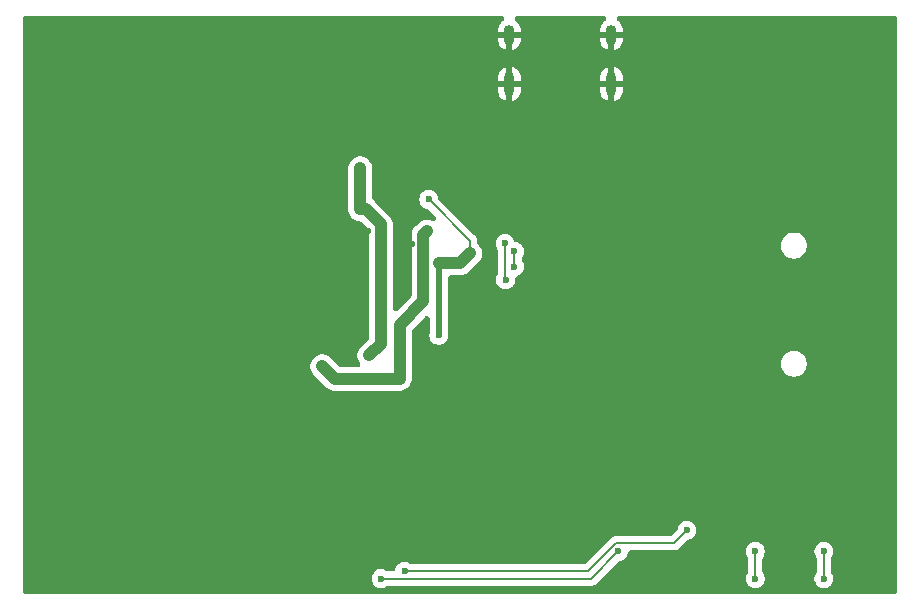
<source format=gbr>
%TF.GenerationSoftware,KiCad,Pcbnew,9.0.2*%
%TF.CreationDate,2025-06-25T18:48:56+05:30*%
%TF.ProjectId,DevBoard_F1C100s,44657642-6f61-4726-945f-463143313030,rev?*%
%TF.SameCoordinates,Original*%
%TF.FileFunction,Copper,L2,Bot*%
%TF.FilePolarity,Positive*%
%FSLAX46Y46*%
G04 Gerber Fmt 4.6, Leading zero omitted, Abs format (unit mm)*
G04 Created by KiCad (PCBNEW 9.0.2) date 2025-06-25 18:48:56*
%MOMM*%
%LPD*%
G01*
G04 APERTURE LIST*
%TA.AperFunction,HeatsinkPad*%
%ADD10O,0.900000X2.000000*%
%TD*%
%TA.AperFunction,HeatsinkPad*%
%ADD11O,0.900000X1.700000*%
%TD*%
%TA.AperFunction,ViaPad*%
%ADD12C,0.600000*%
%TD*%
%TA.AperFunction,Conductor*%
%ADD13C,0.500000*%
%TD*%
%TA.AperFunction,Conductor*%
%ADD14C,0.200000*%
%TD*%
%TA.AperFunction,Conductor*%
%ADD15C,1.000000*%
%TD*%
G04 APERTURE END LIST*
D10*
%TO.P,J101,S1,SHIELD*%
%TO.N,GND*%
X173507500Y-103430000D03*
D11*
X173507500Y-99260000D03*
D10*
X164867500Y-103430000D03*
D11*
X164867500Y-99260000D03*
%TD*%
D12*
%TO.N,GND*%
X191900000Y-132600000D03*
X151900000Y-104100000D03*
X133150000Y-117000000D03*
X189700000Y-101200000D03*
X146450000Y-107350000D03*
X188595239Y-140200000D03*
X124300000Y-108900000D03*
X169000000Y-108000000D03*
X191100000Y-107300000D03*
X187075735Y-124775735D03*
X194392858Y-140200000D03*
X124300000Y-105200000D03*
X178800000Y-131200000D03*
X190400000Y-131200000D03*
X182797619Y-140200000D03*
X161600000Y-107500000D03*
X196200000Y-133750000D03*
X165000000Y-142800000D03*
X173800000Y-133500000D03*
X161000000Y-103300000D03*
X175277500Y-129277500D03*
X172400000Y-106800000D03*
X186200000Y-132600000D03*
X131500000Y-131200000D03*
X172250000Y-134850000D03*
X149850000Y-102550000D03*
X150500000Y-145500000D03*
X155350000Y-102600000D03*
X197000000Y-107300000D03*
X152916535Y-115899608D03*
X131900000Y-98850000D03*
X171000000Y-138500000D03*
X195300000Y-122450000D03*
X184500000Y-109900000D03*
X177700000Y-130150000D03*
X149900000Y-98800000D03*
X195400000Y-108750000D03*
X184450000Y-124800000D03*
X196200000Y-131000000D03*
X168600000Y-126900000D03*
X177000000Y-140200000D03*
X186500000Y-108250000D03*
X147550000Y-106700000D03*
X155300000Y-132350000D03*
X195300000Y-99000000D03*
X145450000Y-103650000D03*
X184200000Y-116900000D03*
X163800000Y-138500000D03*
X157850000Y-103350000D03*
X188400000Y-107100000D03*
X137000000Y-106900000D03*
X192550000Y-108750000D03*
X169450000Y-118900000D03*
X184300000Y-107400000D03*
X188200000Y-102700000D03*
X163000000Y-106100000D03*
X128500000Y-117000000D03*
X189650000Y-108750000D03*
X178800000Y-133850000D03*
X163800000Y-132900000D03*
X156600000Y-116950000D03*
X138000000Y-108300000D03*
X168600000Y-110450000D03*
X188200000Y-99800000D03*
X163000000Y-108750000D03*
X149550000Y-109150000D03*
X176202500Y-128702500D03*
X195300000Y-117800000D03*
X173400000Y-130950000D03*
X156800000Y-98100000D03*
X184650000Y-133800000D03*
X139800000Y-98800000D03*
X177300000Y-112100000D03*
X172200000Y-132000000D03*
X150500000Y-140500000D03*
X184600000Y-131300000D03*
X190400000Y-133800000D03*
X125500000Y-143000000D03*
X138000000Y-102600000D03*
X195300000Y-127100000D03*
X182400000Y-99000000D03*
X158150000Y-99300000D03*
X170500000Y-125150000D03*
X137800000Y-117000000D03*
X125500000Y-133700000D03*
%TO.N,/3V3*%
X161550000Y-117750000D03*
X158900000Y-118600000D03*
X158900000Y-119700000D03*
X158050000Y-113200000D03*
X158900000Y-121500000D03*
X158900000Y-123100000D03*
X158900000Y-124700000D03*
%TO.N,/2V6*%
X153000000Y-126400000D03*
X152250000Y-114050000D03*
X152251000Y-110551000D03*
%TO.N,/1V1*%
X155600000Y-128400000D03*
X149014265Y-127314265D03*
X149800000Y-128100000D03*
X157901000Y-115907636D03*
%TO.N,/SW0*%
X179900000Y-141200000D03*
X156000000Y-144700000D03*
%TO.N,/SW1*%
X154000000Y-145300000D03*
X174100000Y-143000000D03*
%TO.N,/SW3*%
X191500000Y-143000000D03*
X191500000Y-145300000D03*
%TO.N,/SW2*%
X185700000Y-143000000D03*
X185700000Y-145300000D03*
%TO.N,/SPI0_MISO*%
X165300000Y-118879000D03*
X165300000Y-117600000D03*
%TO.N,/SPI0_CS*%
X164551473Y-120000000D03*
X164500000Y-116900000D03*
%TD*%
D13*
%TO.N,/3V3*%
X158900000Y-118600000D02*
X158900000Y-123100000D01*
X158900000Y-123100000D02*
X158900000Y-124700000D01*
D14*
X161550000Y-116700000D02*
X161550000Y-117750000D01*
X158050000Y-113200000D02*
X161550000Y-116700000D01*
D15*
X160700000Y-118600000D02*
X158900000Y-118600000D01*
X161550000Y-117750000D02*
X160700000Y-118600000D01*
%TO.N,/2V6*%
X152250000Y-114050000D02*
X152750000Y-114050000D01*
X154000000Y-115300000D02*
X154000000Y-125400000D01*
X152750000Y-114050000D02*
X154000000Y-115300000D01*
X152250000Y-110552000D02*
X152250000Y-114050000D01*
X152251000Y-110551000D02*
X152250000Y-110552000D01*
X154000000Y-125400000D02*
X153000000Y-126400000D01*
%TO.N,/1V1*%
X155600000Y-123800000D02*
X155600000Y-128400000D01*
X150100000Y-128400000D02*
X149800000Y-128100000D01*
X157600000Y-116208636D02*
X157600000Y-121800000D01*
X155600000Y-128400000D02*
X150100000Y-128400000D01*
X157901000Y-115907636D02*
X157600000Y-116208636D01*
X149800000Y-128100000D02*
X149014265Y-127314265D01*
X157600000Y-121800000D02*
X155600000Y-123800000D01*
D14*
%TO.N,/SW0*%
X171500000Y-144700000D02*
X173900000Y-142300000D01*
X178800000Y-142300000D02*
X179900000Y-141200000D01*
X156000000Y-144700000D02*
X171500000Y-144700000D01*
X173900000Y-142300000D02*
X178800000Y-142300000D01*
%TO.N,/SW1*%
X154000000Y-145300000D02*
X171800000Y-145300000D01*
X171800000Y-145300000D02*
X174100000Y-143000000D01*
%TO.N,/SW3*%
X191500000Y-143000000D02*
X191500000Y-145300000D01*
%TO.N,/SW2*%
X185700000Y-143000000D02*
X185700000Y-145300000D01*
%TO.N,/SPI0_MISO*%
X165300000Y-118879000D02*
X165300000Y-117600000D01*
%TO.N,/SPI0_CS*%
X164500000Y-116900000D02*
X164500000Y-119948527D01*
X164500000Y-119948527D02*
X164551473Y-120000000D01*
%TD*%
%TA.AperFunction,Conductor*%
%TO.N,GND*%
G36*
X164272067Y-97649454D02*
G01*
X164352849Y-97703430D01*
X164406825Y-97784212D01*
X164425779Y-97879500D01*
X164406825Y-97974788D01*
X164352849Y-98055570D01*
X164315116Y-98086536D01*
X164261913Y-98122084D01*
X164129584Y-98254413D01*
X164025621Y-98410005D01*
X164025618Y-98410010D01*
X163954009Y-98582892D01*
X163917500Y-98766435D01*
X163917500Y-99009999D01*
X163917501Y-99010000D01*
X164567500Y-99010000D01*
X164567500Y-99510000D01*
X163917501Y-99510000D01*
X163917500Y-99510001D01*
X163917500Y-99753564D01*
X163954009Y-99937107D01*
X164025618Y-100109989D01*
X164025621Y-100109994D01*
X164129584Y-100265586D01*
X164261913Y-100397915D01*
X164417505Y-100501878D01*
X164417510Y-100501881D01*
X164590389Y-100573490D01*
X164590392Y-100573491D01*
X164617499Y-100578882D01*
X164617500Y-100578882D01*
X164617500Y-99826988D01*
X164627440Y-99844205D01*
X164683295Y-99900060D01*
X164751704Y-99939556D01*
X164828004Y-99960000D01*
X164906996Y-99960000D01*
X164983296Y-99939556D01*
X165051705Y-99900060D01*
X165107560Y-99844205D01*
X165117500Y-99826988D01*
X165117500Y-100578882D01*
X165144607Y-100573491D01*
X165144610Y-100573490D01*
X165317489Y-100501881D01*
X165317494Y-100501878D01*
X165473086Y-100397915D01*
X165605415Y-100265586D01*
X165709378Y-100109994D01*
X165709381Y-100109989D01*
X165780990Y-99937107D01*
X165817500Y-99753564D01*
X165817500Y-99510001D01*
X165817499Y-99510000D01*
X165167500Y-99510000D01*
X165167500Y-99010000D01*
X165817499Y-99010000D01*
X165817500Y-99009999D01*
X165817500Y-98766435D01*
X165780990Y-98582892D01*
X165709381Y-98410010D01*
X165709378Y-98410005D01*
X165605415Y-98254413D01*
X165473086Y-98122084D01*
X165419884Y-98086536D01*
X165351185Y-98017837D01*
X165314006Y-97928078D01*
X165314005Y-97830923D01*
X165351185Y-97741163D01*
X165419884Y-97672464D01*
X165509643Y-97635285D01*
X165558221Y-97630500D01*
X172816779Y-97630500D01*
X172912067Y-97649454D01*
X172992849Y-97703430D01*
X173046825Y-97784212D01*
X173065779Y-97879500D01*
X173046825Y-97974788D01*
X172992849Y-98055570D01*
X172955116Y-98086536D01*
X172901913Y-98122084D01*
X172769584Y-98254413D01*
X172665621Y-98410005D01*
X172665618Y-98410010D01*
X172594009Y-98582892D01*
X172557500Y-98766435D01*
X172557500Y-99009999D01*
X172557501Y-99010000D01*
X173207500Y-99010000D01*
X173207500Y-99510000D01*
X172557501Y-99510000D01*
X172557500Y-99510001D01*
X172557500Y-99753564D01*
X172594009Y-99937107D01*
X172665618Y-100109989D01*
X172665621Y-100109994D01*
X172769584Y-100265586D01*
X172901913Y-100397915D01*
X173057505Y-100501878D01*
X173057510Y-100501881D01*
X173230389Y-100573490D01*
X173230392Y-100573491D01*
X173257499Y-100578882D01*
X173257500Y-100578882D01*
X173257500Y-99826988D01*
X173267440Y-99844205D01*
X173323295Y-99900060D01*
X173391704Y-99939556D01*
X173468004Y-99960000D01*
X173546996Y-99960000D01*
X173623296Y-99939556D01*
X173691705Y-99900060D01*
X173747560Y-99844205D01*
X173757500Y-99826988D01*
X173757500Y-100578882D01*
X173784607Y-100573491D01*
X173784610Y-100573490D01*
X173957489Y-100501881D01*
X173957494Y-100501878D01*
X174113086Y-100397915D01*
X174245415Y-100265586D01*
X174349378Y-100109994D01*
X174349381Y-100109989D01*
X174420990Y-99937107D01*
X174457500Y-99753564D01*
X174457500Y-99510001D01*
X174457499Y-99510000D01*
X173807500Y-99510000D01*
X173807500Y-99010000D01*
X174457499Y-99010000D01*
X174457500Y-99009999D01*
X174457500Y-98766435D01*
X174420990Y-98582892D01*
X174349381Y-98410010D01*
X174349378Y-98410005D01*
X174245415Y-98254413D01*
X174113086Y-98122084D01*
X174059884Y-98086536D01*
X173991185Y-98017837D01*
X173954006Y-97928078D01*
X173954005Y-97830923D01*
X173991185Y-97741163D01*
X174059884Y-97672464D01*
X174149643Y-97635285D01*
X174198221Y-97630500D01*
X197450500Y-97630500D01*
X197545788Y-97649454D01*
X197626570Y-97703430D01*
X197680546Y-97784212D01*
X197699500Y-97879500D01*
X197699500Y-146380500D01*
X197680546Y-146475788D01*
X197626570Y-146556570D01*
X197545788Y-146610546D01*
X197450500Y-146629500D01*
X123949500Y-146629500D01*
X123854212Y-146610546D01*
X123773430Y-146556570D01*
X123719454Y-146475788D01*
X123700500Y-146380500D01*
X123700500Y-145221153D01*
X153199500Y-145221153D01*
X153199500Y-145378846D01*
X153230261Y-145533492D01*
X153230263Y-145533497D01*
X153290603Y-145679173D01*
X153290606Y-145679180D01*
X153358320Y-145780520D01*
X153378211Y-145810289D01*
X153489711Y-145921789D01*
X153489714Y-145921791D01*
X153620819Y-146009393D01*
X153620820Y-146009393D01*
X153620821Y-146009394D01*
X153766503Y-146069737D01*
X153766505Y-146069737D01*
X153766507Y-146069738D01*
X153917148Y-146099702D01*
X153921158Y-146100500D01*
X154078842Y-146100500D01*
X154233497Y-146069737D01*
X154379179Y-146009394D01*
X154479347Y-145942464D01*
X154569107Y-145905284D01*
X154617684Y-145900500D01*
X171705666Y-145900500D01*
X171705682Y-145900501D01*
X171720943Y-145900501D01*
X171879056Y-145900501D01*
X171879057Y-145900501D01*
X172031785Y-145859577D01*
X172081904Y-145830639D01*
X172168716Y-145780520D01*
X172280520Y-145668716D01*
X172280521Y-145668713D01*
X174087851Y-143861383D01*
X174168631Y-143807409D01*
X174215335Y-143793240D01*
X174333497Y-143769737D01*
X174479179Y-143709394D01*
X174610289Y-143621789D01*
X174721789Y-143510289D01*
X174809394Y-143379179D01*
X174869737Y-143233497D01*
X174896108Y-143100919D01*
X174933287Y-143011163D01*
X175001986Y-142942464D01*
X175053436Y-142921153D01*
X184899500Y-142921153D01*
X184899500Y-143078846D01*
X184930261Y-143233492D01*
X184930263Y-143233497D01*
X184990603Y-143379173D01*
X184990608Y-143379182D01*
X185057535Y-143479345D01*
X185094715Y-143569105D01*
X185099500Y-143617683D01*
X185099500Y-144682316D01*
X185080546Y-144777604D01*
X185057536Y-144820653D01*
X184990607Y-144920819D01*
X184990603Y-144920826D01*
X184930263Y-145066502D01*
X184930261Y-145066507D01*
X184899500Y-145221153D01*
X184899500Y-145378846D01*
X184930261Y-145533492D01*
X184930263Y-145533497D01*
X184990603Y-145679173D01*
X184990606Y-145679180D01*
X185058320Y-145780520D01*
X185078211Y-145810289D01*
X185189711Y-145921789D01*
X185189714Y-145921791D01*
X185320819Y-146009393D01*
X185320820Y-146009393D01*
X185320821Y-146009394D01*
X185466503Y-146069737D01*
X185466505Y-146069737D01*
X185466507Y-146069738D01*
X185617148Y-146099702D01*
X185621158Y-146100500D01*
X185778842Y-146100500D01*
X185933497Y-146069737D01*
X186079179Y-146009394D01*
X186210289Y-145921789D01*
X186321789Y-145810289D01*
X186409394Y-145679179D01*
X186469737Y-145533497D01*
X186500500Y-145378842D01*
X186500500Y-145221158D01*
X186469737Y-145066503D01*
X186409394Y-144920821D01*
X186342464Y-144820653D01*
X186305284Y-144730893D01*
X186300500Y-144682316D01*
X186300500Y-143617683D01*
X186319454Y-143522395D01*
X186342465Y-143479345D01*
X186409394Y-143379179D01*
X186469737Y-143233497D01*
X186500500Y-143078842D01*
X186500500Y-142921158D01*
X186500499Y-142921153D01*
X190699500Y-142921153D01*
X190699500Y-143078846D01*
X190730261Y-143233492D01*
X190730263Y-143233497D01*
X190790603Y-143379173D01*
X190790608Y-143379182D01*
X190857535Y-143479345D01*
X190894715Y-143569105D01*
X190899500Y-143617683D01*
X190899500Y-144682316D01*
X190880546Y-144777604D01*
X190857536Y-144820653D01*
X190790607Y-144920819D01*
X190790603Y-144920826D01*
X190730263Y-145066502D01*
X190730261Y-145066507D01*
X190699500Y-145221153D01*
X190699500Y-145378846D01*
X190730261Y-145533492D01*
X190730263Y-145533497D01*
X190790603Y-145679173D01*
X190790606Y-145679180D01*
X190858320Y-145780520D01*
X190878211Y-145810289D01*
X190989711Y-145921789D01*
X190989714Y-145921791D01*
X191120819Y-146009393D01*
X191120820Y-146009393D01*
X191120821Y-146009394D01*
X191266503Y-146069737D01*
X191266505Y-146069737D01*
X191266507Y-146069738D01*
X191417148Y-146099702D01*
X191421158Y-146100500D01*
X191578842Y-146100500D01*
X191733497Y-146069737D01*
X191879179Y-146009394D01*
X192010289Y-145921789D01*
X192121789Y-145810289D01*
X192209394Y-145679179D01*
X192269737Y-145533497D01*
X192300500Y-145378842D01*
X192300500Y-145221158D01*
X192269737Y-145066503D01*
X192209394Y-144920821D01*
X192142464Y-144820653D01*
X192105284Y-144730893D01*
X192100500Y-144682316D01*
X192100500Y-143617683D01*
X192119454Y-143522395D01*
X192142465Y-143479345D01*
X192209394Y-143379179D01*
X192269737Y-143233497D01*
X192300500Y-143078842D01*
X192300500Y-142921158D01*
X192288250Y-142859575D01*
X192269738Y-142766507D01*
X192269737Y-142766505D01*
X192269737Y-142766503D01*
X192209394Y-142620821D01*
X192121789Y-142489711D01*
X192010289Y-142378211D01*
X192010285Y-142378208D01*
X191879180Y-142290606D01*
X191879173Y-142290603D01*
X191733497Y-142230263D01*
X191733492Y-142230261D01*
X191578846Y-142199500D01*
X191578842Y-142199500D01*
X191421158Y-142199500D01*
X191421153Y-142199500D01*
X191266507Y-142230261D01*
X191266502Y-142230263D01*
X191120826Y-142290603D01*
X191120819Y-142290606D01*
X190989714Y-142378208D01*
X190878208Y-142489714D01*
X190790606Y-142620819D01*
X190790603Y-142620826D01*
X190730263Y-142766502D01*
X190730261Y-142766507D01*
X190699500Y-142921153D01*
X186500499Y-142921153D01*
X186488250Y-142859575D01*
X186469738Y-142766507D01*
X186469737Y-142766505D01*
X186469737Y-142766503D01*
X186409394Y-142620821D01*
X186321789Y-142489711D01*
X186210289Y-142378211D01*
X186210285Y-142378208D01*
X186079180Y-142290606D01*
X186079173Y-142290603D01*
X185933497Y-142230263D01*
X185933492Y-142230261D01*
X185778846Y-142199500D01*
X185778842Y-142199500D01*
X185621158Y-142199500D01*
X185621153Y-142199500D01*
X185466507Y-142230261D01*
X185466502Y-142230263D01*
X185320826Y-142290603D01*
X185320819Y-142290606D01*
X185189714Y-142378208D01*
X185078208Y-142489714D01*
X184990606Y-142620819D01*
X184990603Y-142620826D01*
X184930263Y-142766502D01*
X184930261Y-142766507D01*
X184899500Y-142921153D01*
X175053436Y-142921153D01*
X175091745Y-142905285D01*
X175140323Y-142900500D01*
X178705666Y-142900500D01*
X178705682Y-142900501D01*
X178720943Y-142900501D01*
X178879056Y-142900501D01*
X178879057Y-142900501D01*
X179031785Y-142859577D01*
X179117211Y-142810256D01*
X179168716Y-142780520D01*
X179280520Y-142668716D01*
X179280520Y-142668714D01*
X179301020Y-142648215D01*
X179301021Y-142648212D01*
X179887851Y-142061383D01*
X179968630Y-142007409D01*
X180015332Y-141993241D01*
X180133497Y-141969737D01*
X180279179Y-141909394D01*
X180410289Y-141821789D01*
X180521789Y-141710289D01*
X180609394Y-141579179D01*
X180669737Y-141433497D01*
X180700500Y-141278842D01*
X180700500Y-141121158D01*
X180669737Y-140966503D01*
X180609394Y-140820821D01*
X180521789Y-140689711D01*
X180410289Y-140578211D01*
X180410285Y-140578208D01*
X180279180Y-140490606D01*
X180279173Y-140490603D01*
X180133497Y-140430263D01*
X180133492Y-140430261D01*
X179978846Y-140399500D01*
X179978842Y-140399500D01*
X179821158Y-140399500D01*
X179821153Y-140399500D01*
X179666507Y-140430261D01*
X179666502Y-140430263D01*
X179520826Y-140490603D01*
X179520819Y-140490606D01*
X179389714Y-140578208D01*
X179278208Y-140689714D01*
X179190606Y-140820819D01*
X179190603Y-140820826D01*
X179130263Y-140966502D01*
X179130262Y-140966504D01*
X179106759Y-141084660D01*
X179069579Y-141174419D01*
X179038614Y-141212149D01*
X178624195Y-141626569D01*
X178543413Y-141680546D01*
X178448125Y-141699500D01*
X173994335Y-141699500D01*
X173994319Y-141699499D01*
X173979058Y-141699499D01*
X173820943Y-141699499D01*
X173668217Y-141740422D01*
X173668212Y-141740424D01*
X173531286Y-141819478D01*
X173531284Y-141819479D01*
X173531284Y-141819480D01*
X172408301Y-142942464D01*
X171324195Y-144026570D01*
X171243413Y-144080546D01*
X171148125Y-144099500D01*
X156617684Y-144099500D01*
X156522396Y-144080546D01*
X156479347Y-144057536D01*
X156379180Y-143990607D01*
X156379179Y-143990606D01*
X156379176Y-143990604D01*
X156379173Y-143990603D01*
X156233497Y-143930263D01*
X156233492Y-143930261D01*
X156078846Y-143899500D01*
X156078842Y-143899500D01*
X155921158Y-143899500D01*
X155921153Y-143899500D01*
X155766507Y-143930261D01*
X155766502Y-143930263D01*
X155620826Y-143990603D01*
X155620819Y-143990606D01*
X155489714Y-144078208D01*
X155378208Y-144189714D01*
X155290606Y-144320819D01*
X155290603Y-144320826D01*
X155230263Y-144466502D01*
X155230261Y-144466507D01*
X155223783Y-144499078D01*
X155214398Y-144521734D01*
X155209614Y-144545788D01*
X155195988Y-144566179D01*
X155186604Y-144588837D01*
X155169263Y-144606177D01*
X155155638Y-144626570D01*
X155135245Y-144640195D01*
X155117905Y-144657536D01*
X155095247Y-144666921D01*
X155074856Y-144680546D01*
X155050804Y-144685330D01*
X155028145Y-144694716D01*
X154979568Y-144699500D01*
X154617684Y-144699500D01*
X154522396Y-144680546D01*
X154479347Y-144657536D01*
X154424903Y-144621158D01*
X154379179Y-144590606D01*
X154379176Y-144590604D01*
X154379173Y-144590603D01*
X154233497Y-144530263D01*
X154233492Y-144530261D01*
X154078846Y-144499500D01*
X154078842Y-144499500D01*
X153921158Y-144499500D01*
X153921153Y-144499500D01*
X153766507Y-144530261D01*
X153766502Y-144530263D01*
X153620826Y-144590603D01*
X153620819Y-144590606D01*
X153489714Y-144678208D01*
X153378208Y-144789714D01*
X153290606Y-144920819D01*
X153290603Y-144920826D01*
X153230263Y-145066502D01*
X153230261Y-145066507D01*
X153199500Y-145221153D01*
X123700500Y-145221153D01*
X123700500Y-127215725D01*
X148013765Y-127215725D01*
X148013765Y-127412805D01*
X148052214Y-127606101D01*
X148127634Y-127788179D01*
X148228688Y-127939418D01*
X148237125Y-127952044D01*
X148237126Y-127952046D01*
X149022860Y-128737781D01*
X149022861Y-128737781D01*
X149322858Y-129037778D01*
X149322861Y-129037782D01*
X149462218Y-129177139D01*
X149626086Y-129286632D01*
X149754834Y-129339961D01*
X149808164Y-129362051D01*
X149904812Y-129381275D01*
X150001459Y-129400500D01*
X150001460Y-129400500D01*
X155698541Y-129400500D01*
X155891835Y-129362051D01*
X156073914Y-129286632D01*
X156237782Y-129177139D01*
X156377139Y-129037782D01*
X156486632Y-128873914D01*
X156562051Y-128691835D01*
X156600500Y-128498541D01*
X156600500Y-127013393D01*
X187849500Y-127013393D01*
X187849500Y-127186606D01*
X187849501Y-127186621D01*
X187876597Y-127357697D01*
X187876598Y-127357701D01*
X187894502Y-127412802D01*
X187930124Y-127522437D01*
X187930126Y-127522443D01*
X188008770Y-127676792D01*
X188110581Y-127816922D01*
X188110583Y-127816924D01*
X188110586Y-127816928D01*
X188233072Y-127939414D01*
X188233075Y-127939416D01*
X188233077Y-127939418D01*
X188373207Y-128041229D01*
X188373209Y-128041230D01*
X188373212Y-128041232D01*
X188527555Y-128119873D01*
X188692299Y-128173402D01*
X188863389Y-128200500D01*
X188863393Y-128200500D01*
X189036607Y-128200500D01*
X189036611Y-128200500D01*
X189207701Y-128173402D01*
X189372445Y-128119873D01*
X189526788Y-128041232D01*
X189666928Y-127939414D01*
X189789414Y-127816928D01*
X189891232Y-127676788D01*
X189969873Y-127522445D01*
X190023402Y-127357701D01*
X190050500Y-127186611D01*
X190050500Y-127013389D01*
X190023402Y-126842299D01*
X189969873Y-126677555D01*
X189891232Y-126523212D01*
X189891230Y-126523209D01*
X189891229Y-126523207D01*
X189789418Y-126383077D01*
X189789416Y-126383075D01*
X189789414Y-126383072D01*
X189666928Y-126260586D01*
X189666924Y-126260583D01*
X189666922Y-126260581D01*
X189526792Y-126158770D01*
X189372443Y-126080126D01*
X189372437Y-126080124D01*
X189278195Y-126049503D01*
X189207701Y-126026598D01*
X189207699Y-126026597D01*
X189207697Y-126026597D01*
X189036621Y-125999501D01*
X189036614Y-125999500D01*
X189036611Y-125999500D01*
X188863389Y-125999500D01*
X188863386Y-125999500D01*
X188863378Y-125999501D01*
X188692302Y-126026597D01*
X188527562Y-126080124D01*
X188527556Y-126080126D01*
X188373207Y-126158770D01*
X188233077Y-126260581D01*
X188110581Y-126383077D01*
X188008770Y-126523207D01*
X187930126Y-126677556D01*
X187930124Y-126677562D01*
X187876597Y-126842302D01*
X187849501Y-127013378D01*
X187849500Y-127013393D01*
X156600500Y-127013393D01*
X156600500Y-124317560D01*
X156619454Y-124222272D01*
X156673430Y-124141490D01*
X157693213Y-123121706D01*
X157709861Y-123110583D01*
X157723495Y-123095918D01*
X157749872Y-123083848D01*
X157773992Y-123067733D01*
X157793632Y-123063826D01*
X157811841Y-123055495D01*
X157840828Y-123054438D01*
X157869280Y-123048779D01*
X157888919Y-123052685D01*
X157908931Y-123051956D01*
X157936119Y-123062074D01*
X157964568Y-123067733D01*
X157981217Y-123078857D01*
X157999985Y-123085842D01*
X158021229Y-123105592D01*
X158045350Y-123121709D01*
X158056475Y-123138360D01*
X158071141Y-123151994D01*
X158081553Y-123175892D01*
X158099326Y-123202491D01*
X158111564Y-123240340D01*
X158112612Y-123244763D01*
X158130263Y-123333497D01*
X158138180Y-123352612D01*
X158142784Y-123372029D01*
X158143840Y-123401015D01*
X158149500Y-123429467D01*
X158149500Y-124370530D01*
X158132800Y-124454484D01*
X158133815Y-124454792D01*
X158130690Y-124465092D01*
X158130547Y-124465815D01*
X158130265Y-124466495D01*
X158130262Y-124466504D01*
X158099500Y-124621153D01*
X158099500Y-124778846D01*
X158130261Y-124933492D01*
X158130263Y-124933497D01*
X158190603Y-125079173D01*
X158190606Y-125079180D01*
X158278208Y-125210285D01*
X158278211Y-125210289D01*
X158389711Y-125321789D01*
X158389714Y-125321791D01*
X158520819Y-125409393D01*
X158520820Y-125409393D01*
X158520821Y-125409394D01*
X158666503Y-125469737D01*
X158666505Y-125469737D01*
X158666507Y-125469738D01*
X158817148Y-125499702D01*
X158821158Y-125500500D01*
X158978842Y-125500500D01*
X159133497Y-125469737D01*
X159279179Y-125409394D01*
X159410289Y-125321789D01*
X159521789Y-125210289D01*
X159609394Y-125079179D01*
X159669737Y-124933497D01*
X159700500Y-124778842D01*
X159700500Y-124621158D01*
X159669737Y-124466503D01*
X159669734Y-124466495D01*
X159669453Y-124465815D01*
X159669309Y-124465092D01*
X159666185Y-124454792D01*
X159667199Y-124454484D01*
X159650500Y-124370530D01*
X159650500Y-123429468D01*
X159667200Y-123345510D01*
X159666186Y-123345203D01*
X159669309Y-123334905D01*
X159669454Y-123334180D01*
X159669737Y-123333497D01*
X159700500Y-123178842D01*
X159700500Y-123021158D01*
X159669737Y-122866503D01*
X159669734Y-122866495D01*
X159669453Y-122865815D01*
X159669309Y-122865092D01*
X159666185Y-122854792D01*
X159667199Y-122854484D01*
X159650500Y-122770530D01*
X159650500Y-121829468D01*
X159667200Y-121745510D01*
X159666186Y-121745203D01*
X159669309Y-121734905D01*
X159669454Y-121734180D01*
X159669737Y-121733497D01*
X159700500Y-121578842D01*
X159700500Y-121421158D01*
X159669737Y-121266503D01*
X159669734Y-121266495D01*
X159669453Y-121265815D01*
X159669309Y-121265092D01*
X159666185Y-121254792D01*
X159667199Y-121254484D01*
X159650500Y-121170530D01*
X159650500Y-120029468D01*
X159656669Y-119974385D01*
X159661351Y-119953740D01*
X159669737Y-119933497D01*
X159696760Y-119797643D01*
X159697492Y-119794417D01*
X159715941Y-119753038D01*
X159733287Y-119711163D01*
X159735679Y-119708770D01*
X159737056Y-119705683D01*
X159769937Y-119674512D01*
X159801986Y-119642464D01*
X159805110Y-119641169D01*
X159807565Y-119638843D01*
X159849891Y-119622621D01*
X159891745Y-119605285D01*
X159896294Y-119604836D01*
X159898285Y-119604074D01*
X159902811Y-119604194D01*
X159940323Y-119600500D01*
X160798539Y-119600500D01*
X160798540Y-119600500D01*
X160798541Y-119600500D01*
X160895188Y-119581275D01*
X160991836Y-119562051D01*
X161045165Y-119539961D01*
X161173914Y-119486632D01*
X161337782Y-119377139D01*
X161477139Y-119237782D01*
X161477139Y-119237780D01*
X161497639Y-119217281D01*
X161497640Y-119217278D01*
X162327140Y-118387781D01*
X162436632Y-118223914D01*
X162512052Y-118041835D01*
X162550501Y-117848540D01*
X162550501Y-117651459D01*
X162540166Y-117599500D01*
X162512053Y-117458167D01*
X162512052Y-117458164D01*
X162436634Y-117276089D01*
X162436631Y-117276084D01*
X162376847Y-117186611D01*
X162327140Y-117112218D01*
X162223427Y-117008505D01*
X162169454Y-116927727D01*
X162150500Y-116832439D01*
X162150500Y-116821153D01*
X163699500Y-116821153D01*
X163699500Y-116978846D01*
X163730261Y-117133492D01*
X163730263Y-117133497D01*
X163790603Y-117279173D01*
X163790605Y-117279176D01*
X163790606Y-117279179D01*
X163848953Y-117366502D01*
X163857535Y-117379345D01*
X163894715Y-117469105D01*
X163899500Y-117517683D01*
X163899500Y-119459351D01*
X163880546Y-119554639D01*
X163857538Y-119597685D01*
X163842080Y-119620819D01*
X163842075Y-119620829D01*
X163781736Y-119766502D01*
X163781734Y-119766507D01*
X163750973Y-119921153D01*
X163750973Y-120078846D01*
X163781734Y-120233492D01*
X163781736Y-120233497D01*
X163842076Y-120379173D01*
X163842079Y-120379180D01*
X163929681Y-120510285D01*
X163929684Y-120510289D01*
X164041184Y-120621789D01*
X164041187Y-120621791D01*
X164172292Y-120709393D01*
X164172293Y-120709393D01*
X164172294Y-120709394D01*
X164317976Y-120769737D01*
X164317978Y-120769737D01*
X164317980Y-120769738D01*
X164468621Y-120799702D01*
X164472631Y-120800500D01*
X164630315Y-120800500D01*
X164784970Y-120769737D01*
X164930652Y-120709394D01*
X165061762Y-120621789D01*
X165173262Y-120510289D01*
X165260867Y-120379179D01*
X165321210Y-120233497D01*
X165351973Y-120078842D01*
X165351973Y-119921158D01*
X165351973Y-119921157D01*
X165351216Y-119913471D01*
X165360739Y-119816784D01*
X165406538Y-119731101D01*
X165481640Y-119669466D01*
X165526743Y-119650785D01*
X165533482Y-119648739D01*
X165533497Y-119648737D01*
X165679179Y-119588394D01*
X165810289Y-119500789D01*
X165921789Y-119389289D01*
X166009394Y-119258179D01*
X166069737Y-119112497D01*
X166100500Y-118957842D01*
X166100500Y-118800158D01*
X166069737Y-118645503D01*
X166009394Y-118499821D01*
X165942464Y-118399653D01*
X165933078Y-118376995D01*
X165919454Y-118356604D01*
X165914669Y-118332552D01*
X165905284Y-118309893D01*
X165900500Y-118261316D01*
X165900500Y-118217683D01*
X165919454Y-118122395D01*
X165942465Y-118079345D01*
X166009394Y-117979179D01*
X166069737Y-117833497D01*
X166100500Y-117678842D01*
X166100500Y-117521158D01*
X166078447Y-117410289D01*
X166069738Y-117366507D01*
X166069737Y-117366505D01*
X166069737Y-117366503D01*
X166009394Y-117220821D01*
X165936828Y-117112218D01*
X165921793Y-117089716D01*
X165921791Y-117089714D01*
X165921789Y-117089711D01*
X165845471Y-117013393D01*
X187849500Y-117013393D01*
X187849500Y-117186606D01*
X187849501Y-117186621D01*
X187875457Y-117350500D01*
X187876598Y-117357701D01*
X187883631Y-117379345D01*
X187930124Y-117522437D01*
X187930126Y-117522443D01*
X188008770Y-117676792D01*
X188110581Y-117816922D01*
X188110583Y-117816924D01*
X188110586Y-117816928D01*
X188233072Y-117939414D01*
X188233075Y-117939416D01*
X188233077Y-117939418D01*
X188373207Y-118041229D01*
X188373209Y-118041230D01*
X188373212Y-118041232D01*
X188527555Y-118119873D01*
X188692299Y-118173402D01*
X188863389Y-118200500D01*
X188863393Y-118200500D01*
X189036607Y-118200500D01*
X189036611Y-118200500D01*
X189207701Y-118173402D01*
X189372445Y-118119873D01*
X189526788Y-118041232D01*
X189666928Y-117939414D01*
X189789414Y-117816928D01*
X189891232Y-117676788D01*
X189969873Y-117522445D01*
X190023402Y-117357701D01*
X190050500Y-117186611D01*
X190050500Y-117013389D01*
X190023402Y-116842299D01*
X189969873Y-116677555D01*
X189891232Y-116523212D01*
X189891230Y-116523209D01*
X189891229Y-116523207D01*
X189789418Y-116383077D01*
X189789416Y-116383075D01*
X189789414Y-116383072D01*
X189666928Y-116260586D01*
X189666924Y-116260583D01*
X189666922Y-116260581D01*
X189526792Y-116158770D01*
X189372443Y-116080126D01*
X189372437Y-116080124D01*
X189278195Y-116049503D01*
X189207701Y-116026598D01*
X189207699Y-116026597D01*
X189207697Y-116026597D01*
X189036621Y-115999501D01*
X189036614Y-115999500D01*
X189036611Y-115999500D01*
X188863389Y-115999500D01*
X188863386Y-115999500D01*
X188863378Y-115999501D01*
X188692302Y-116026597D01*
X188527562Y-116080124D01*
X188527556Y-116080126D01*
X188373207Y-116158770D01*
X188233077Y-116260581D01*
X188110581Y-116383077D01*
X188008770Y-116523207D01*
X187930126Y-116677556D01*
X187930124Y-116677562D01*
X187876597Y-116842302D01*
X187849501Y-117013378D01*
X187849500Y-117013393D01*
X165845471Y-117013393D01*
X165810289Y-116978211D01*
X165802281Y-116972860D01*
X165679180Y-116890606D01*
X165679173Y-116890603D01*
X165533497Y-116830263D01*
X165533494Y-116830262D01*
X165450510Y-116813755D01*
X165360751Y-116776575D01*
X165292052Y-116707876D01*
X165269043Y-116664827D01*
X165209396Y-116520826D01*
X165209393Y-116520819D01*
X165121791Y-116389714D01*
X165121789Y-116389711D01*
X165010289Y-116278211D01*
X165010285Y-116278208D01*
X164879180Y-116190606D01*
X164879173Y-116190603D01*
X164733497Y-116130263D01*
X164733492Y-116130261D01*
X164578846Y-116099500D01*
X164578842Y-116099500D01*
X164421158Y-116099500D01*
X164421153Y-116099500D01*
X164266507Y-116130261D01*
X164266502Y-116130263D01*
X164120826Y-116190603D01*
X164120819Y-116190606D01*
X163989714Y-116278208D01*
X163878208Y-116389714D01*
X163790606Y-116520819D01*
X163790603Y-116520826D01*
X163730263Y-116666502D01*
X163730261Y-116666507D01*
X163699500Y-116821153D01*
X162150500Y-116821153D01*
X162150500Y-116620942D01*
X162109577Y-116468216D01*
X162064254Y-116389714D01*
X162030520Y-116331284D01*
X161918716Y-116219480D01*
X161918713Y-116219478D01*
X158911385Y-113212150D01*
X158857409Y-113131368D01*
X158843240Y-113084658D01*
X158819738Y-112966507D01*
X158819737Y-112966505D01*
X158819737Y-112966503D01*
X158759394Y-112820821D01*
X158671789Y-112689711D01*
X158560289Y-112578211D01*
X158560285Y-112578208D01*
X158429180Y-112490606D01*
X158429173Y-112490603D01*
X158283497Y-112430263D01*
X158283492Y-112430261D01*
X158128846Y-112399500D01*
X158128842Y-112399500D01*
X157971158Y-112399500D01*
X157971153Y-112399500D01*
X157816507Y-112430261D01*
X157816502Y-112430263D01*
X157670826Y-112490603D01*
X157670819Y-112490606D01*
X157539714Y-112578208D01*
X157428208Y-112689714D01*
X157340606Y-112820819D01*
X157340603Y-112820826D01*
X157280263Y-112966502D01*
X157280261Y-112966507D01*
X157249500Y-113121153D01*
X157249500Y-113278846D01*
X157280261Y-113433492D01*
X157280263Y-113433497D01*
X157340603Y-113579173D01*
X157340606Y-113579180D01*
X157428208Y-113710285D01*
X157428211Y-113710289D01*
X157539711Y-113821789D01*
X157539714Y-113821791D01*
X157670819Y-113909393D01*
X157670820Y-113909393D01*
X157670821Y-113909394D01*
X157816503Y-113969737D01*
X157816505Y-113969737D01*
X157816507Y-113969738D01*
X157934658Y-113993240D01*
X158024417Y-114030419D01*
X158062150Y-114061385D01*
X158594003Y-114593238D01*
X158647979Y-114674020D01*
X158666933Y-114769308D01*
X158647979Y-114864596D01*
X158594003Y-114945378D01*
X158513221Y-114999354D01*
X158417933Y-115018308D01*
X158322645Y-114999354D01*
X158192834Y-114945584D01*
X158192831Y-114945583D01*
X157999544Y-114907136D01*
X157999540Y-114907136D01*
X157802460Y-114907136D01*
X157657488Y-114935972D01*
X157609163Y-114945585D01*
X157427090Y-115021003D01*
X157427088Y-115021003D01*
X157427086Y-115021005D01*
X157273795Y-115123430D01*
X157263214Y-115130500D01*
X156962218Y-115431497D01*
X156962217Y-115431496D01*
X156822862Y-115570852D01*
X156822860Y-115570855D01*
X156713369Y-115734720D01*
X156713365Y-115734727D01*
X156637949Y-115916800D01*
X156637947Y-115916805D01*
X156599500Y-116110090D01*
X156599500Y-121282440D01*
X156580546Y-121377728D01*
X156526570Y-121458510D01*
X155425570Y-122559510D01*
X155344788Y-122613486D01*
X155249500Y-122632440D01*
X155154212Y-122613486D01*
X155073430Y-122559510D01*
X155019454Y-122478728D01*
X155000500Y-122383440D01*
X155000500Y-115201459D01*
X155000499Y-115201454D01*
X154962052Y-115008169D01*
X154962051Y-115008167D01*
X154962051Y-115008165D01*
X154886632Y-114826086D01*
X154777139Y-114662218D01*
X154637782Y-114522861D01*
X154637778Y-114522858D01*
X153527141Y-113412221D01*
X153527139Y-113412218D01*
X153387782Y-113272861D01*
X153387778Y-113272858D01*
X153361160Y-113255072D01*
X153292462Y-113186372D01*
X153255284Y-113096612D01*
X153250500Y-113048038D01*
X153250500Y-110671926D01*
X153251500Y-110651569D01*
X153251500Y-110452462D01*
X153251500Y-110452460D01*
X153213051Y-110259164D01*
X153137631Y-110077086D01*
X153028139Y-109913219D01*
X152888781Y-109773861D01*
X152724914Y-109664369D01*
X152542836Y-109588949D01*
X152349540Y-109550500D01*
X152152460Y-109550500D01*
X152007488Y-109579336D01*
X151959163Y-109588949D01*
X151777087Y-109664368D01*
X151777085Y-109664369D01*
X151613221Y-109773859D01*
X151613219Y-109773861D01*
X151612221Y-109774858D01*
X151612218Y-109774861D01*
X151612115Y-109774963D01*
X151611997Y-109775080D01*
X151472862Y-109914216D01*
X151472860Y-109914219D01*
X151363369Y-110078083D01*
X151363368Y-110078086D01*
X151324542Y-110171821D01*
X151288364Y-110259164D01*
X151287947Y-110260168D01*
X151249500Y-110453454D01*
X151249500Y-114148545D01*
X151287947Y-114341830D01*
X151287949Y-114341835D01*
X151363365Y-114523908D01*
X151363369Y-114523915D01*
X151463665Y-114674020D01*
X151472861Y-114687782D01*
X151612218Y-114827139D01*
X151776086Y-114936632D01*
X151958165Y-115012051D01*
X151958167Y-115012051D01*
X151958169Y-115012052D01*
X152003179Y-115021005D01*
X152151459Y-115050500D01*
X152232440Y-115050500D01*
X152327728Y-115069454D01*
X152408510Y-115123430D01*
X152926570Y-115641490D01*
X152980546Y-115722272D01*
X152999500Y-115817560D01*
X152999500Y-124882440D01*
X152980546Y-124977728D01*
X152926570Y-125058509D01*
X152222861Y-125762218D01*
X152222860Y-125762220D01*
X152113369Y-125926085D01*
X152113368Y-125926087D01*
X152049562Y-126080127D01*
X152037949Y-126108164D01*
X151999500Y-126301460D01*
X151999500Y-126498540D01*
X152034895Y-126676484D01*
X152037949Y-126691836D01*
X152113368Y-126873912D01*
X152113369Y-126873914D01*
X152205744Y-127012163D01*
X152242924Y-127101923D01*
X152242924Y-127199078D01*
X152205744Y-127288837D01*
X152137045Y-127357536D01*
X152047285Y-127394716D01*
X151998708Y-127399500D01*
X150617560Y-127399500D01*
X150522272Y-127380546D01*
X150441490Y-127326570D01*
X150437781Y-127322861D01*
X150437781Y-127322860D01*
X149652046Y-126537126D01*
X149488179Y-126427634D01*
X149306101Y-126352214D01*
X149112805Y-126313765D01*
X148915725Y-126313765D01*
X148770753Y-126342601D01*
X148722428Y-126352214D01*
X148540352Y-126427633D01*
X148540350Y-126427634D01*
X148376487Y-126537123D01*
X148237123Y-126676487D01*
X148127634Y-126840350D01*
X148127633Y-126840352D01*
X148052214Y-127022428D01*
X148052214Y-127022429D01*
X148013765Y-127215725D01*
X123700500Y-127215725D01*
X123700500Y-102786435D01*
X163917500Y-102786435D01*
X163917500Y-103179999D01*
X163917501Y-103180000D01*
X164567500Y-103180000D01*
X164567500Y-103680000D01*
X163917501Y-103680000D01*
X163917500Y-103680001D01*
X163917500Y-104073564D01*
X163954009Y-104257107D01*
X164025618Y-104429989D01*
X164025621Y-104429994D01*
X164129584Y-104585586D01*
X164261913Y-104717915D01*
X164417505Y-104821878D01*
X164417510Y-104821881D01*
X164590389Y-104893490D01*
X164590392Y-104893491D01*
X164617499Y-104898882D01*
X164617500Y-104898882D01*
X164617500Y-104146988D01*
X164627440Y-104164205D01*
X164683295Y-104220060D01*
X164751704Y-104259556D01*
X164828004Y-104280000D01*
X164906996Y-104280000D01*
X164983296Y-104259556D01*
X165051705Y-104220060D01*
X165107560Y-104164205D01*
X165117500Y-104146988D01*
X165117500Y-104898882D01*
X165144607Y-104893491D01*
X165144610Y-104893490D01*
X165317489Y-104821881D01*
X165317494Y-104821878D01*
X165473086Y-104717915D01*
X165605415Y-104585586D01*
X165709378Y-104429994D01*
X165709381Y-104429989D01*
X165780990Y-104257107D01*
X165817500Y-104073564D01*
X165817500Y-103680001D01*
X165817499Y-103680000D01*
X165167500Y-103680000D01*
X165167500Y-103180000D01*
X165817499Y-103180000D01*
X165817500Y-103179999D01*
X165817500Y-102786435D01*
X172557500Y-102786435D01*
X172557500Y-103179999D01*
X172557501Y-103180000D01*
X173207500Y-103180000D01*
X173207500Y-103680000D01*
X172557501Y-103680000D01*
X172557500Y-103680001D01*
X172557500Y-104073564D01*
X172594009Y-104257107D01*
X172665618Y-104429989D01*
X172665621Y-104429994D01*
X172769584Y-104585586D01*
X172901913Y-104717915D01*
X173057505Y-104821878D01*
X173057510Y-104821881D01*
X173230389Y-104893490D01*
X173230392Y-104893491D01*
X173257499Y-104898882D01*
X173257500Y-104898882D01*
X173257500Y-104146988D01*
X173267440Y-104164205D01*
X173323295Y-104220060D01*
X173391704Y-104259556D01*
X173468004Y-104280000D01*
X173546996Y-104280000D01*
X173623296Y-104259556D01*
X173691705Y-104220060D01*
X173747560Y-104164205D01*
X173757500Y-104146988D01*
X173757500Y-104898882D01*
X173784607Y-104893491D01*
X173784610Y-104893490D01*
X173957489Y-104821881D01*
X173957494Y-104821878D01*
X174113086Y-104717915D01*
X174245415Y-104585586D01*
X174349378Y-104429994D01*
X174349381Y-104429989D01*
X174420990Y-104257107D01*
X174457500Y-104073564D01*
X174457500Y-103680001D01*
X174457499Y-103680000D01*
X173807500Y-103680000D01*
X173807500Y-103180000D01*
X174457499Y-103180000D01*
X174457500Y-103179999D01*
X174457500Y-102786435D01*
X174420990Y-102602892D01*
X174349381Y-102430010D01*
X174349378Y-102430005D01*
X174245415Y-102274413D01*
X174113086Y-102142084D01*
X173957494Y-102038121D01*
X173957489Y-102038118D01*
X173784608Y-101966509D01*
X173757500Y-101961116D01*
X173757500Y-102713011D01*
X173747560Y-102695795D01*
X173691705Y-102639940D01*
X173623296Y-102600444D01*
X173546996Y-102580000D01*
X173468004Y-102580000D01*
X173391704Y-102600444D01*
X173323295Y-102639940D01*
X173267440Y-102695795D01*
X173257500Y-102713011D01*
X173257500Y-101961116D01*
X173230391Y-101966509D01*
X173057510Y-102038118D01*
X173057505Y-102038121D01*
X172901913Y-102142084D01*
X172769584Y-102274413D01*
X172665621Y-102430005D01*
X172665618Y-102430010D01*
X172594009Y-102602892D01*
X172557500Y-102786435D01*
X165817500Y-102786435D01*
X165780990Y-102602892D01*
X165709381Y-102430010D01*
X165709378Y-102430005D01*
X165605415Y-102274413D01*
X165473086Y-102142084D01*
X165317494Y-102038121D01*
X165317489Y-102038118D01*
X165144608Y-101966509D01*
X165117500Y-101961116D01*
X165117500Y-102713011D01*
X165107560Y-102695795D01*
X165051705Y-102639940D01*
X164983296Y-102600444D01*
X164906996Y-102580000D01*
X164828004Y-102580000D01*
X164751704Y-102600444D01*
X164683295Y-102639940D01*
X164627440Y-102695795D01*
X164617500Y-102713011D01*
X164617500Y-101961116D01*
X164590391Y-101966509D01*
X164417510Y-102038118D01*
X164417505Y-102038121D01*
X164261913Y-102142084D01*
X164129584Y-102274413D01*
X164025621Y-102430005D01*
X164025618Y-102430010D01*
X163954009Y-102602892D01*
X163917500Y-102786435D01*
X123700500Y-102786435D01*
X123700500Y-97879500D01*
X123719454Y-97784212D01*
X123773430Y-97703430D01*
X123854212Y-97649454D01*
X123949500Y-97630500D01*
X164176779Y-97630500D01*
X164272067Y-97649454D01*
G37*
%TD.AperFunction*%
%TD*%
M02*

</source>
